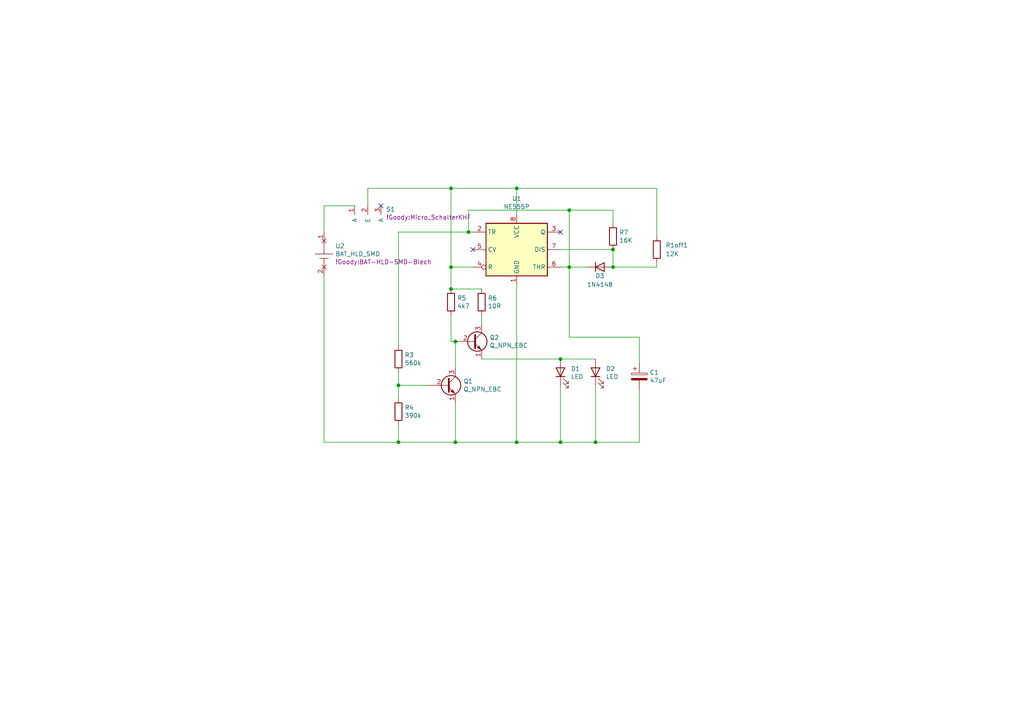
<source format=kicad_sch>
(kicad_sch
	(version 20250114)
	(generator "eeschema")
	(generator_version "9.0")
	(uuid "f2769682-bb05-480c-958e-3d9264e8e91a")
	(paper "A4")
	(lib_symbols
		(symbol "!Goody:BAT_HLD_SMD"
			(pin_names
				(offset 1.016)
			)
			(exclude_from_sim no)
			(in_bom yes)
			(on_board yes)
			(property "Reference" "U"
				(at -5.08 0 0)
				(effects
					(font
						(size 1.27 1.27)
					)
				)
			)
			(property "Value" "BAT_HLD_SMD"
				(at -10.16 3.81 0)
				(effects
					(font
						(size 1.27 1.27)
					)
				)
			)
			(property "Footprint" "KHF_LIB:BAT-HLD-SMD"
				(at -15.24 6.35 0)
				(effects
					(font
						(size 1.27 1.27)
					)
				)
			)
			(property "Datasheet" ""
				(at -5.08 0 0)
				(effects
					(font
						(size 1.27 1.27)
					)
					(hide yes)
				)
			)
			(property "Description" "2032 SMD"
				(at 0 0 0)
				(effects
					(font
						(size 1.27 1.27)
					)
					(hide yes)
				)
			)
			(symbol "BAT_HLD_SMD_0_1"
				(rectangle
					(start -1.27 0)
					(end -2.54 0)
					(stroke
						(width 0)
						(type solid)
					)
					(fill
						(type none)
					)
				)
				(rectangle
					(start -1.27 0)
					(end 1.27 0)
					(stroke
						(width 0)
						(type solid)
					)
					(fill
						(type none)
					)
				)
				(rectangle
					(start -1.27 -1.27)
					(end 1.27 -1.27)
					(stroke
						(width 0)
						(type solid)
					)
					(fill
						(type none)
					)
				)
				(polyline
					(pts
						(xy 0 0) (xy 0 3.81)
					)
					(stroke
						(width 0)
						(type solid)
					)
					(fill
						(type none)
					)
				)
				(polyline
					(pts
						(xy 0 -3.81) (xy 0 -1.27)
					)
					(stroke
						(width 0)
						(type solid)
					)
					(fill
						(type none)
					)
				)
				(polyline
					(pts
						(xy 1.27 0) (xy 2.54 0)
					)
					(stroke
						(width 0)
						(type solid)
					)
					(fill
						(type none)
					)
				)
			)
			(symbol "BAT_HLD_SMD_1_1"
				(pin power_out non_logic
					(at 0 6.35 270)
					(length 2.54)
					(name "~"
						(effects
							(font
								(size 1.27 1.27)
							)
						)
					)
					(number "1"
						(effects
							(font
								(size 1.27 1.27)
							)
						)
					)
				)
				(pin power_out non_logic
					(at 0 -6.35 90)
					(length 2.54)
					(name "~"
						(effects
							(font
								(size 1.27 1.27)
							)
						)
					)
					(number "2"
						(effects
							(font
								(size 1.27 1.27)
							)
						)
					)
				)
			)
			(embedded_fonts no)
		)
		(symbol "!Goody:ELKO"
			(pin_numbers
				(hide yes)
			)
			(pin_names
				(offset 0.254)
			)
			(exclude_from_sim no)
			(in_bom yes)
			(on_board yes)
			(property "Reference" "C"
				(at 0.635 2.54 0)
				(effects
					(font
						(size 1.27 1.27)
					)
					(justify left)
				)
			)
			(property "Value" "ELKO"
				(at 0.635 -2.54 0)
				(effects
					(font
						(size 1.27 1.27)
					)
					(justify left)
				)
			)
			(property "Footprint" ""
				(at 0.9652 -3.81 0)
				(effects
					(font
						(size 1.27 1.27)
					)
					(hide yes)
				)
			)
			(property "Datasheet" "~"
				(at 0 0 0)
				(effects
					(font
						(size 1.27 1.27)
					)
					(hide yes)
				)
			)
			(property "Description" "ELKO"
				(at 0 0 0)
				(effects
					(font
						(size 1.27 1.27)
					)
					(hide yes)
				)
			)
			(property "ki_keywords" "cap capacitor"
				(at 0 0 0)
				(effects
					(font
						(size 1.27 1.27)
					)
					(hide yes)
				)
			)
			(property "ki_fp_filters" "CP_*"
				(at 0 0 0)
				(effects
					(font
						(size 1.27 1.27)
					)
					(hide yes)
				)
			)
			(symbol "ELKO_0_1"
				(rectangle
					(start -2.286 0.508)
					(end 2.286 1.016)
					(stroke
						(width 0)
						(type solid)
					)
					(fill
						(type none)
					)
				)
				(polyline
					(pts
						(xy -1.778 2.286) (xy -0.762 2.286)
					)
					(stroke
						(width 0)
						(type solid)
					)
					(fill
						(type none)
					)
				)
				(polyline
					(pts
						(xy -1.27 2.794) (xy -1.27 1.778)
					)
					(stroke
						(width 0)
						(type solid)
					)
					(fill
						(type none)
					)
				)
				(rectangle
					(start 2.286 -0.508)
					(end -2.286 -1.016)
					(stroke
						(width 0)
						(type solid)
					)
					(fill
						(type outline)
					)
				)
			)
			(symbol "ELKO_1_1"
				(pin passive line
					(at 0 3.81 270)
					(length 2.794)
					(name "~"
						(effects
							(font
								(size 1.27 1.27)
							)
						)
					)
					(number "1"
						(effects
							(font
								(size 1.27 1.27)
							)
						)
					)
				)
				(pin passive line
					(at 0 -3.81 90)
					(length 2.794)
					(name "~"
						(effects
							(font
								(size 1.27 1.27)
							)
						)
					)
					(number "2"
						(effects
							(font
								(size 1.27 1.27)
							)
						)
					)
				)
			)
			(embedded_fonts no)
		)
		(symbol "!Goody:LED"
			(pin_numbers
				(hide yes)
			)
			(pin_names
				(offset 1.016)
				(hide yes)
			)
			(exclude_from_sim no)
			(in_bom yes)
			(on_board yes)
			(property "Reference" "D"
				(at 0 2.54 0)
				(effects
					(font
						(size 1.27 1.27)
					)
				)
			)
			(property "Value" "LED"
				(at 2.54 -2.54 90)
				(effects
					(font
						(size 1.27 1.27)
					)
				)
			)
			(property "Footprint" "LED_THT:LED_D5.0mm"
				(at 0 5.08 0)
				(effects
					(font
						(size 1.27 1.27)
					)
					(hide yes)
				)
			)
			(property "Datasheet" ""
				(at 0 -2.54 90)
				(effects
					(font
						(size 1.27 1.27)
					)
					(hide yes)
				)
			)
			(property "Description" "LED 5mm"
				(at 0 0 0)
				(effects
					(font
						(size 1.27 1.27)
					)
					(hide yes)
				)
			)
			(property "ki_fp_filters" "LED* LED_SMD:* LED_THT:*"
				(at 0 0 0)
				(effects
					(font
						(size 1.27 1.27)
					)
					(hide yes)
				)
			)
			(symbol "LED_0_1"
				(polyline
					(pts
						(xy 0 -3.81) (xy 0 -1.27)
					)
					(stroke
						(width 0)
						(type solid)
					)
					(fill
						(type none)
					)
				)
				(polyline
					(pts
						(xy 0.762 -4.318) (xy 2.286 -5.842) (xy 2.286 -5.08) (xy 2.286 -5.842) (xy 1.524 -5.842)
					)
					(stroke
						(width 0)
						(type solid)
					)
					(fill
						(type none)
					)
				)
				(polyline
					(pts
						(xy 0.762 -5.588) (xy 2.286 -7.112) (xy 2.286 -6.35) (xy 2.286 -7.112) (xy 1.524 -7.112)
					)
					(stroke
						(width 0)
						(type solid)
					)
					(fill
						(type none)
					)
				)
				(polyline
					(pts
						(xy 1.27 -1.27) (xy -1.27 -1.27) (xy 0 -3.81) (xy 1.27 -1.27)
					)
					(stroke
						(width 0.254)
						(type solid)
					)
					(fill
						(type none)
					)
				)
				(polyline
					(pts
						(xy 1.27 -3.81) (xy -1.27 -3.81)
					)
					(stroke
						(width 0.254)
						(type solid)
					)
					(fill
						(type none)
					)
				)
			)
			(symbol "LED_1_1"
				(pin passive line
					(at 0 1.27 270)
					(length 2.54)
					(name "A"
						(effects
							(font
								(size 1.27 1.27)
							)
						)
					)
					(number "2"
						(effects
							(font
								(size 1.27 1.27)
							)
						)
					)
				)
				(pin passive line
					(at 0 -6.35 90)
					(length 2.54)
					(name "K"
						(effects
							(font
								(size 1.27 1.27)
							)
						)
					)
					(number "1"
						(effects
							(font
								(size 1.27 1.27)
							)
						)
					)
				)
			)
			(embedded_fonts no)
		)
		(symbol "!Goody:Micro_Schalter"
			(pin_names
				(offset 1.016)
			)
			(exclude_from_sim no)
			(in_bom yes)
			(on_board yes)
			(property "Reference" "S"
				(at 0 0 0)
				(effects
					(font
						(size 1.27 1.27)
					)
				)
			)
			(property "Value" "Micro_Schalter"
				(at 0 5.08 0)
				(effects
					(font
						(size 1.27 1.27)
					)
					(hide yes)
				)
			)
			(property "Footprint" "KHF_LIB:Micro_SchalterKHF"
				(at 0 0 0)
				(effects
					(font
						(size 1.27 1.27)
					)
				)
			)
			(property "Datasheet" ""
				(at 0 0 0)
				(effects
					(font
						(size 1.27 1.27)
					)
					(hide yes)
				)
			)
			(property "Description" "Micro_Schalter"
				(at 0 0 0)
				(effects
					(font
						(size 1.27 1.27)
					)
					(hide yes)
				)
			)
			(symbol "Micro_Schalter_1_1"
				(pin passive line
					(at -3.81 -2.54 270)
					(length 2.54)
					(name "A"
						(effects
							(font
								(size 1.27 1.27)
							)
						)
					)
					(number "1"
						(effects
							(font
								(size 1.27 1.27)
							)
						)
					)
				)
				(pin passive line
					(at 0 -2.54 270)
					(length 2.54)
					(name "E"
						(effects
							(font
								(size 1.27 1.27)
							)
						)
					)
					(number "2"
						(effects
							(font
								(size 1.27 1.27)
							)
						)
					)
				)
				(pin passive line
					(at 3.81 -2.54 270)
					(length 2.54)
					(name "A"
						(effects
							(font
								(size 1.27 1.27)
							)
						)
					)
					(number "3"
						(effects
							(font
								(size 1.27 1.27)
							)
						)
					)
				)
			)
			(embedded_fonts no)
		)
		(symbol "!Goody:R"
			(pin_numbers
				(hide yes)
			)
			(pin_names
				(offset 0)
			)
			(exclude_from_sim no)
			(in_bom yes)
			(on_board yes)
			(property "Reference" "R"
				(at 2.032 0 90)
				(effects
					(font
						(size 1.27 1.27)
					)
				)
			)
			(property "Value" "R"
				(at 0 0 90)
				(effects
					(font
						(size 1.27 1.27)
					)
				)
			)
			(property "Footprint" "Resistor_THT:R_Axial_DIN0411_L9.9mm_D3.6mm_P12.70mm_Horizontal"
				(at -1.778 0 90)
				(effects
					(font
						(size 1.27 1.27)
					)
					(hide yes)
				)
			)
			(property "Datasheet" "~"
				(at 0 0 0)
				(effects
					(font
						(size 1.27 1.27)
					)
					(hide yes)
				)
			)
			(property "Description" "Resistor"
				(at 0 0 0)
				(effects
					(font
						(size 1.27 1.27)
					)
					(hide yes)
				)
			)
			(property "ki_keywords" "R res resistor"
				(at 0 0 0)
				(effects
					(font
						(size 1.27 1.27)
					)
					(hide yes)
				)
			)
			(property "ki_fp_filters" "R_*"
				(at 0 0 0)
				(effects
					(font
						(size 1.27 1.27)
					)
					(hide yes)
				)
			)
			(symbol "R_0_1"
				(rectangle
					(start -1.016 -2.54)
					(end 1.016 2.54)
					(stroke
						(width 0.254)
						(type solid)
					)
					(fill
						(type none)
					)
				)
			)
			(symbol "R_1_1"
				(pin passive line
					(at 0 3.81 270)
					(length 1.27)
					(name "~"
						(effects
							(font
								(size 1.27 1.27)
							)
						)
					)
					(number "1"
						(effects
							(font
								(size 1.27 1.27)
							)
						)
					)
				)
				(pin passive line
					(at 0 -3.81 90)
					(length 1.27)
					(name "~"
						(effects
							(font
								(size 1.27 1.27)
							)
						)
					)
					(number "2"
						(effects
							(font
								(size 1.27 1.27)
							)
						)
					)
				)
			)
			(embedded_fonts no)
		)
		(symbol "Device:Q_NPN_EBC"
			(pin_names
				(offset 0)
				(hide yes)
			)
			(exclude_from_sim no)
			(in_bom yes)
			(on_board yes)
			(property "Reference" "Q"
				(at 5.08 1.27 0)
				(effects
					(font
						(size 1.27 1.27)
					)
					(justify left)
				)
			)
			(property "Value" "Q_NPN_EBC"
				(at 5.08 -1.27 0)
				(effects
					(font
						(size 1.27 1.27)
					)
					(justify left)
				)
			)
			(property "Footprint" ""
				(at 5.08 2.54 0)
				(effects
					(font
						(size 1.27 1.27)
					)
					(hide yes)
				)
			)
			(property "Datasheet" "~"
				(at 0 0 0)
				(effects
					(font
						(size 1.27 1.27)
					)
					(hide yes)
				)
			)
			(property "Description" "NPN transistor, emitter/base/collector"
				(at 0 0 0)
				(effects
					(font
						(size 1.27 1.27)
					)
					(hide yes)
				)
			)
			(property "ki_keywords" "transistor NPN"
				(at 0 0 0)
				(effects
					(font
						(size 1.27 1.27)
					)
					(hide yes)
				)
			)
			(symbol "Q_NPN_EBC_0_1"
				(polyline
					(pts
						(xy 0.635 1.905) (xy 0.635 -1.905) (xy 0.635 -1.905)
					)
					(stroke
						(width 0.508)
						(type default)
					)
					(fill
						(type none)
					)
				)
				(polyline
					(pts
						(xy 0.635 0.635) (xy 2.54 2.54)
					)
					(stroke
						(width 0)
						(type default)
					)
					(fill
						(type none)
					)
				)
				(polyline
					(pts
						(xy 0.635 -0.635) (xy 2.54 -2.54) (xy 2.54 -2.54)
					)
					(stroke
						(width 0)
						(type default)
					)
					(fill
						(type none)
					)
				)
				(circle
					(center 1.27 0)
					(radius 2.8194)
					(stroke
						(width 0.254)
						(type default)
					)
					(fill
						(type none)
					)
				)
				(polyline
					(pts
						(xy 1.27 -1.778) (xy 1.778 -1.27) (xy 2.286 -2.286) (xy 1.27 -1.778) (xy 1.27 -1.778)
					)
					(stroke
						(width 0)
						(type default)
					)
					(fill
						(type outline)
					)
				)
			)
			(symbol "Q_NPN_EBC_1_1"
				(pin passive line
					(at -5.08 0 0)
					(length 5.715)
					(name "B"
						(effects
							(font
								(size 1.27 1.27)
							)
						)
					)
					(number "2"
						(effects
							(font
								(size 1.27 1.27)
							)
						)
					)
				)
				(pin passive line
					(at 2.54 5.08 270)
					(length 2.54)
					(name "C"
						(effects
							(font
								(size 1.27 1.27)
							)
						)
					)
					(number "3"
						(effects
							(font
								(size 1.27 1.27)
							)
						)
					)
				)
				(pin passive line
					(at 2.54 -5.08 90)
					(length 2.54)
					(name "E"
						(effects
							(font
								(size 1.27 1.27)
							)
						)
					)
					(number "1"
						(effects
							(font
								(size 1.27 1.27)
							)
						)
					)
				)
			)
			(embedded_fonts no)
		)
		(symbol "Diode:1N4148"
			(pin_numbers
				(hide yes)
			)
			(pin_names
				(hide yes)
			)
			(exclude_from_sim no)
			(in_bom yes)
			(on_board yes)
			(property "Reference" "D"
				(at 0 2.54 0)
				(effects
					(font
						(size 1.27 1.27)
					)
				)
			)
			(property "Value" "1N4148"
				(at 0 -2.54 0)
				(effects
					(font
						(size 1.27 1.27)
					)
				)
			)
			(property "Footprint" "Diode_THT:D_DO-35_SOD27_P7.62mm_Horizontal"
				(at 0 0 0)
				(effects
					(font
						(size 1.27 1.27)
					)
					(hide yes)
				)
			)
			(property "Datasheet" "https://assets.nexperia.com/documents/data-sheet/1N4148_1N4448.pdf"
				(at 0 0 0)
				(effects
					(font
						(size 1.27 1.27)
					)
					(hide yes)
				)
			)
			(property "Description" "100V 0.15A standard switching diode, DO-35"
				(at 0 0 0)
				(effects
					(font
						(size 1.27 1.27)
					)
					(hide yes)
				)
			)
			(property "Sim.Device" "D"
				(at 0 0 0)
				(effects
					(font
						(size 1.27 1.27)
					)
					(hide yes)
				)
			)
			(property "Sim.Pins" "1=K 2=A"
				(at 0 0 0)
				(effects
					(font
						(size 1.27 1.27)
					)
					(hide yes)
				)
			)
			(property "ki_keywords" "diode"
				(at 0 0 0)
				(effects
					(font
						(size 1.27 1.27)
					)
					(hide yes)
				)
			)
			(property "ki_fp_filters" "D*DO?35*"
				(at 0 0 0)
				(effects
					(font
						(size 1.27 1.27)
					)
					(hide yes)
				)
			)
			(symbol "1N4148_0_1"
				(polyline
					(pts
						(xy -1.27 1.27) (xy -1.27 -1.27)
					)
					(stroke
						(width 0.254)
						(type default)
					)
					(fill
						(type none)
					)
				)
				(polyline
					(pts
						(xy 1.27 1.27) (xy 1.27 -1.27) (xy -1.27 0) (xy 1.27 1.27)
					)
					(stroke
						(width 0.254)
						(type default)
					)
					(fill
						(type none)
					)
				)
				(polyline
					(pts
						(xy 1.27 0) (xy -1.27 0)
					)
					(stroke
						(width 0)
						(type default)
					)
					(fill
						(type none)
					)
				)
			)
			(symbol "1N4148_1_1"
				(pin passive line
					(at -3.81 0 0)
					(length 2.54)
					(name "K"
						(effects
							(font
								(size 1.27 1.27)
							)
						)
					)
					(number "1"
						(effects
							(font
								(size 1.27 1.27)
							)
						)
					)
				)
				(pin passive line
					(at 3.81 0 180)
					(length 2.54)
					(name "A"
						(effects
							(font
								(size 1.27 1.27)
							)
						)
					)
					(number "2"
						(effects
							(font
								(size 1.27 1.27)
							)
						)
					)
				)
			)
			(embedded_fonts no)
		)
		(symbol "Timer:NE555P"
			(exclude_from_sim no)
			(in_bom yes)
			(on_board yes)
			(property "Reference" "U"
				(at -10.16 8.89 0)
				(effects
					(font
						(size 1.27 1.27)
					)
					(justify left)
				)
			)
			(property "Value" "NE555P"
				(at 2.54 8.89 0)
				(effects
					(font
						(size 1.27 1.27)
					)
					(justify left)
				)
			)
			(property "Footprint" "Package_DIP:DIP-8_W7.62mm"
				(at 16.51 -10.16 0)
				(effects
					(font
						(size 1.27 1.27)
					)
					(hide yes)
				)
			)
			(property "Datasheet" "http://www.ti.com/lit/ds/symlink/ne555.pdf"
				(at 21.59 -10.16 0)
				(effects
					(font
						(size 1.27 1.27)
					)
					(hide yes)
				)
			)
			(property "Description" "Precision Timers, 555 compatible,  PDIP-8"
				(at 0 0 0)
				(effects
					(font
						(size 1.27 1.27)
					)
					(hide yes)
				)
			)
			(property "ki_keywords" "single timer 555"
				(at 0 0 0)
				(effects
					(font
						(size 1.27 1.27)
					)
					(hide yes)
				)
			)
			(property "ki_fp_filters" "DIP*W7.62mm*"
				(at 0 0 0)
				(effects
					(font
						(size 1.27 1.27)
					)
					(hide yes)
				)
			)
			(symbol "NE555P_0_0"
				(pin power_in line
					(at 0 10.16 270)
					(length 2.54)
					(name "VCC"
						(effects
							(font
								(size 1.27 1.27)
							)
						)
					)
					(number "8"
						(effects
							(font
								(size 1.27 1.27)
							)
						)
					)
				)
				(pin power_in line
					(at 0 -10.16 90)
					(length 2.54)
					(name "GND"
						(effects
							(font
								(size 1.27 1.27)
							)
						)
					)
					(number "1"
						(effects
							(font
								(size 1.27 1.27)
							)
						)
					)
				)
			)
			(symbol "NE555P_0_1"
				(rectangle
					(start -8.89 -7.62)
					(end 8.89 7.62)
					(stroke
						(width 0.254)
						(type default)
					)
					(fill
						(type background)
					)
				)
				(rectangle
					(start -8.89 -7.62)
					(end 8.89 7.62)
					(stroke
						(width 0.254)
						(type default)
					)
					(fill
						(type background)
					)
				)
			)
			(symbol "NE555P_1_1"
				(pin input line
					(at -12.7 5.08 0)
					(length 3.81)
					(name "TR"
						(effects
							(font
								(size 1.27 1.27)
							)
						)
					)
					(number "2"
						(effects
							(font
								(size 1.27 1.27)
							)
						)
					)
				)
				(pin input line
					(at -12.7 0 0)
					(length 3.81)
					(name "CV"
						(effects
							(font
								(size 1.27 1.27)
							)
						)
					)
					(number "5"
						(effects
							(font
								(size 1.27 1.27)
							)
						)
					)
				)
				(pin input inverted
					(at -12.7 -5.08 0)
					(length 3.81)
					(name "R"
						(effects
							(font
								(size 1.27 1.27)
							)
						)
					)
					(number "4"
						(effects
							(font
								(size 1.27 1.27)
							)
						)
					)
				)
				(pin output line
					(at 12.7 5.08 180)
					(length 3.81)
					(name "Q"
						(effects
							(font
								(size 1.27 1.27)
							)
						)
					)
					(number "3"
						(effects
							(font
								(size 1.27 1.27)
							)
						)
					)
				)
				(pin input line
					(at 12.7 0 180)
					(length 3.81)
					(name "DIS"
						(effects
							(font
								(size 1.27 1.27)
							)
						)
					)
					(number "7"
						(effects
							(font
								(size 1.27 1.27)
							)
						)
					)
				)
				(pin input line
					(at 12.7 -5.08 180)
					(length 3.81)
					(name "THR"
						(effects
							(font
								(size 1.27 1.27)
							)
						)
					)
					(number "6"
						(effects
							(font
								(size 1.27 1.27)
							)
						)
					)
				)
			)
			(embedded_fonts no)
		)
	)
	(junction
		(at 130.81 54.61)
		(diameter 0)
		(color 0 0 0 0)
		(uuid "01e33252-8986-4f35-a52e-d23b30cf31dc")
	)
	(junction
		(at 115.57 111.76)
		(diameter 0)
		(color 0 0 0 0)
		(uuid "160a4dd6-3cd0-4de4-afa3-6c040b22b026")
	)
	(junction
		(at 177.8 72.39)
		(diameter 0)
		(color 0 0 0 0)
		(uuid "26f46a0f-becc-4a68-bd71-47614f56566d")
	)
	(junction
		(at 149.86 54.61)
		(diameter 0)
		(color 0 0 0 0)
		(uuid "7e522560-334b-4160-ba5b-31041a8fce06")
	)
	(junction
		(at 135.89 67.31)
		(diameter 0)
		(color 0 0 0 0)
		(uuid "88274113-2c6e-493f-b5af-c521ea3fa026")
	)
	(junction
		(at 149.86 128.27)
		(diameter 0)
		(color 0 0 0 0)
		(uuid "8a341c9c-9a67-4dd5-9484-cceddac645ad")
	)
	(junction
		(at 132.08 128.27)
		(diameter 0)
		(color 0 0 0 0)
		(uuid "8bf8611f-fcc9-47db-973a-fbf115944e14")
	)
	(junction
		(at 162.56 104.14)
		(diameter 0)
		(color 0 0 0 0)
		(uuid "9930432b-3bbc-4832-8f84-fd028523c1a5")
	)
	(junction
		(at 165.1 77.47)
		(diameter 0)
		(color 0 0 0 0)
		(uuid "9c14f865-e664-418a-8ada-7bec18298e41")
	)
	(junction
		(at 177.8 77.47)
		(diameter 0)
		(color 0 0 0 0)
		(uuid "b18c3d8b-5289-4184-a60f-ec9dc38e8b5a")
	)
	(junction
		(at 130.81 83.82)
		(diameter 0)
		(color 0 0 0 0)
		(uuid "b7eb2a1a-2029-4c3e-b294-3fcce2b28c55")
	)
	(junction
		(at 162.56 128.27)
		(diameter 0)
		(color 0 0 0 0)
		(uuid "baa57f7e-cb22-413d-9502-843612632c80")
	)
	(junction
		(at 172.72 128.27)
		(diameter 0)
		(color 0 0 0 0)
		(uuid "bc073c0c-1aad-4a8b-80ef-88e073912485")
	)
	(junction
		(at 115.57 128.27)
		(diameter 0)
		(color 0 0 0 0)
		(uuid "beabcecf-7652-4c06-9f47-75f536d224a7")
	)
	(junction
		(at 132.08 99.06)
		(diameter 0)
		(color 0 0 0 0)
		(uuid "c09dc221-6389-4599-8262-9e4c950fc6f6")
	)
	(junction
		(at 130.81 77.47)
		(diameter 0)
		(color 0 0 0 0)
		(uuid "c1fe0fab-d8bb-4a00-8867-aa8edcd35b4c")
	)
	(junction
		(at 165.1 60.96)
		(diameter 0)
		(color 0 0 0 0)
		(uuid "f53ace5a-f81f-49c4-abca-166e1a260daa")
	)
	(no_connect
		(at 137.16 72.39)
		(uuid "829366f6-b45a-4589-a3ad-290449625ca4")
	)
	(no_connect
		(at 110.49 59.69)
		(uuid "d63d32ec-925d-42c5-96b6-dfc293f2255c")
	)
	(no_connect
		(at 162.56 67.31)
		(uuid "ff155b2d-e3bb-498b-8c69-7fb1758bc907")
	)
	(wire
		(pts
			(xy 177.8 64.77) (xy 177.8 60.96)
		)
		(stroke
			(width 0)
			(type default)
		)
		(uuid "01e99314-ab0b-4bb9-86d0-c6bbc19db94a")
	)
	(wire
		(pts
			(xy 185.42 128.27) (xy 172.72 128.27)
		)
		(stroke
			(width 0)
			(type default)
		)
		(uuid "04e4214d-430c-40dd-8e78-f1256eaa93f3")
	)
	(wire
		(pts
			(xy 177.8 77.47) (xy 190.5 77.47)
		)
		(stroke
			(width 0)
			(type default)
		)
		(uuid "08ae0e4d-9dea-4f77-96b0-1e1c05130e55")
	)
	(wire
		(pts
			(xy 130.81 83.82) (xy 130.81 77.47)
		)
		(stroke
			(width 0)
			(type default)
		)
		(uuid "0bbf6b41-520e-4314-8627-971df41bea9f")
	)
	(wire
		(pts
			(xy 165.1 97.79) (xy 185.42 97.79)
		)
		(stroke
			(width 0)
			(type default)
		)
		(uuid "200b7d78-fbfe-4270-b05d-6ce2041bfddb")
	)
	(wire
		(pts
			(xy 185.42 113.03) (xy 185.42 128.27)
		)
		(stroke
			(width 0)
			(type default)
		)
		(uuid "25b5a554-e5df-430f-9ab9-e5ee9bb12f9a")
	)
	(wire
		(pts
			(xy 102.87 59.69) (xy 93.98 59.69)
		)
		(stroke
			(width 0)
			(type default)
		)
		(uuid "273de939-ded5-4523-9b66-8b8d191136d4")
	)
	(wire
		(pts
			(xy 162.56 128.27) (xy 172.72 128.27)
		)
		(stroke
			(width 0)
			(type default)
		)
		(uuid "296d9cd7-2022-4f29-b0f7-c3907b704baa")
	)
	(wire
		(pts
			(xy 132.08 128.27) (xy 149.86 128.27)
		)
		(stroke
			(width 0)
			(type default)
		)
		(uuid "2d75953c-f2d4-4158-ab29-ffeb18988671")
	)
	(wire
		(pts
			(xy 130.81 77.47) (xy 130.81 54.61)
		)
		(stroke
			(width 0)
			(type default)
		)
		(uuid "395dbeba-6555-435e-8843-79365ede3b4c")
	)
	(wire
		(pts
			(xy 172.72 128.27) (xy 172.72 111.76)
		)
		(stroke
			(width 0)
			(type default)
		)
		(uuid "3a31ea42-9275-46ae-a60c-5a61bfd1f735")
	)
	(wire
		(pts
			(xy 115.57 67.31) (xy 115.57 100.33)
		)
		(stroke
			(width 0)
			(type default)
		)
		(uuid "3f4948ca-b42a-40ee-b332-c2961bf3d5ba")
	)
	(wire
		(pts
			(xy 130.81 91.44) (xy 130.81 99.06)
		)
		(stroke
			(width 0)
			(type default)
		)
		(uuid "404168c0-0262-4e82-aa55-3a2994cb8c33")
	)
	(wire
		(pts
			(xy 106.68 59.69) (xy 106.68 54.61)
		)
		(stroke
			(width 0)
			(type default)
		)
		(uuid "4689fbba-020f-4a5b-b42a-db69fd8dd4ea")
	)
	(wire
		(pts
			(xy 165.1 77.47) (xy 165.1 60.96)
		)
		(stroke
			(width 0)
			(type default)
		)
		(uuid "4af7361c-d1b9-4ebc-ba7c-53a90ad406c5")
	)
	(wire
		(pts
			(xy 149.86 128.27) (xy 162.56 128.27)
		)
		(stroke
			(width 0)
			(type default)
		)
		(uuid "507fcf01-6315-4bb1-98da-a6c002e4ab7d")
	)
	(wire
		(pts
			(xy 137.16 77.47) (xy 130.81 77.47)
		)
		(stroke
			(width 0)
			(type default)
		)
		(uuid "548210fb-f693-43a2-a50c-9075edec1955")
	)
	(wire
		(pts
			(xy 165.1 77.47) (xy 165.1 97.79)
		)
		(stroke
			(width 0)
			(type default)
		)
		(uuid "5cfbaa88-bbd5-4ba6-af9f-6ec9e409f283")
	)
	(wire
		(pts
			(xy 165.1 77.47) (xy 162.56 77.47)
		)
		(stroke
			(width 0)
			(type default)
		)
		(uuid "60549ff9-f012-43f6-ae4d-084c9d632fd5")
	)
	(wire
		(pts
			(xy 162.56 111.76) (xy 162.56 128.27)
		)
		(stroke
			(width 0)
			(type default)
		)
		(uuid "67ce67eb-761e-46a1-82e7-fe85b1d41bf2")
	)
	(wire
		(pts
			(xy 124.46 111.76) (xy 115.57 111.76)
		)
		(stroke
			(width 0)
			(type default)
		)
		(uuid "71ed9d4c-015e-4f7f-af85-264851adb73e")
	)
	(wire
		(pts
			(xy 139.7 83.82) (xy 130.81 83.82)
		)
		(stroke
			(width 0)
			(type default)
		)
		(uuid "7232d044-b274-4acb-b818-d00296fc4e02")
	)
	(wire
		(pts
			(xy 139.7 93.98) (xy 139.7 91.44)
		)
		(stroke
			(width 0)
			(type default)
		)
		(uuid "772055d4-74e1-4559-b521-de577e0c48dc")
	)
	(wire
		(pts
			(xy 149.86 54.61) (xy 190.5 54.61)
		)
		(stroke
			(width 0)
			(type default)
		)
		(uuid "7880839e-cd9d-4625-b5e9-549b14964429")
	)
	(wire
		(pts
			(xy 185.42 97.79) (xy 185.42 105.41)
		)
		(stroke
			(width 0)
			(type default)
		)
		(uuid "7908963a-69a4-43ed-91bb-aeb3677e3a36")
	)
	(wire
		(pts
			(xy 190.5 77.47) (xy 190.5 76.2)
		)
		(stroke
			(width 0)
			(type default)
		)
		(uuid "86480073-f250-43e8-a522-71e98eac708c")
	)
	(wire
		(pts
			(xy 162.56 72.39) (xy 177.8 72.39)
		)
		(stroke
			(width 0)
			(type default)
		)
		(uuid "8728af5b-1f8b-43e6-8854-5bf8c78feb48")
	)
	(wire
		(pts
			(xy 115.57 111.76) (xy 115.57 107.95)
		)
		(stroke
			(width 0)
			(type default)
		)
		(uuid "89e336b5-346c-42a2-9647-d8f389e6ece7")
	)
	(wire
		(pts
			(xy 115.57 115.57) (xy 115.57 111.76)
		)
		(stroke
			(width 0)
			(type default)
		)
		(uuid "92d8c750-cd60-40b7-adb7-5382d98a6c20")
	)
	(wire
		(pts
			(xy 149.86 54.61) (xy 149.86 62.23)
		)
		(stroke
			(width 0)
			(type default)
		)
		(uuid "955ef0d5-3c24-4b1d-a2ee-e2d0044830f6")
	)
	(wire
		(pts
			(xy 149.86 82.55) (xy 149.86 128.27)
		)
		(stroke
			(width 0)
			(type default)
		)
		(uuid "9cf3334b-0715-4186-8832-ebe170e9e9a3")
	)
	(wire
		(pts
			(xy 170.18 77.47) (xy 165.1 77.47)
		)
		(stroke
			(width 0)
			(type default)
		)
		(uuid "a125add3-b191-459c-9767-3c607b9da10a")
	)
	(wire
		(pts
			(xy 165.1 60.96) (xy 135.89 60.96)
		)
		(stroke
			(width 0)
			(type default)
		)
		(uuid "a484a64b-fcfc-4c03-8bb4-1b3a5acac9da")
	)
	(wire
		(pts
			(xy 135.89 60.96) (xy 135.89 67.31)
		)
		(stroke
			(width 0)
			(type default)
		)
		(uuid "a6abacbb-cb3c-4e45-999b-466a916d89e9")
	)
	(wire
		(pts
			(xy 115.57 123.19) (xy 115.57 128.27)
		)
		(stroke
			(width 0)
			(type default)
		)
		(uuid "a81ee246-1277-4db1-b421-31080de7895d")
	)
	(wire
		(pts
			(xy 132.08 99.06) (xy 132.08 106.68)
		)
		(stroke
			(width 0)
			(type default)
		)
		(uuid "aba8911e-9981-486d-8e18-80b48edc60d3")
	)
	(wire
		(pts
			(xy 162.56 104.14) (xy 139.7 104.14)
		)
		(stroke
			(width 0)
			(type default)
		)
		(uuid "b37fc229-e601-4c97-9d7d-b0d778e64c3c")
	)
	(wire
		(pts
			(xy 115.57 67.31) (xy 135.89 67.31)
		)
		(stroke
			(width 0)
			(type default)
		)
		(uuid "b409c3c1-4588-47fb-9a9c-8d9bbc50310e")
	)
	(wire
		(pts
			(xy 106.68 54.61) (xy 130.81 54.61)
		)
		(stroke
			(width 0)
			(type default)
		)
		(uuid "b6926caf-c529-443f-8143-f1c37ecb157e")
	)
	(wire
		(pts
			(xy 115.57 128.27) (xy 132.08 128.27)
		)
		(stroke
			(width 0)
			(type default)
		)
		(uuid "c28d41f3-6d9f-4f86-aa69-c81b10d4e15c")
	)
	(wire
		(pts
			(xy 177.8 72.39) (xy 177.8 77.47)
		)
		(stroke
			(width 0)
			(type default)
		)
		(uuid "c96e2dc7-c65c-447b-9e9f-0f8fe145fdf7")
	)
	(wire
		(pts
			(xy 135.89 67.31) (xy 137.16 67.31)
		)
		(stroke
			(width 0)
			(type default)
		)
		(uuid "caf56827-94e1-4166-81e8-106c7e1a0ca2")
	)
	(wire
		(pts
			(xy 132.08 116.84) (xy 132.08 128.27)
		)
		(stroke
			(width 0)
			(type default)
		)
		(uuid "d6275952-bf4f-4d67-adb0-f39ee219794a")
	)
	(wire
		(pts
			(xy 130.81 99.06) (xy 132.08 99.06)
		)
		(stroke
			(width 0)
			(type default)
		)
		(uuid "db671d39-ecef-4516-ac52-880a94b2868e")
	)
	(wire
		(pts
			(xy 190.5 54.61) (xy 190.5 68.58)
		)
		(stroke
			(width 0)
			(type default)
		)
		(uuid "e685f867-1916-4937-a079-b6961fc5ec64")
	)
	(wire
		(pts
			(xy 93.98 128.27) (xy 115.57 128.27)
		)
		(stroke
			(width 0)
			(type default)
		)
		(uuid "eeaa2196-6d70-4261-8067-f15cc7157ec0")
	)
	(wire
		(pts
			(xy 162.56 104.14) (xy 172.72 104.14)
		)
		(stroke
			(width 0)
			(type default)
		)
		(uuid "f05de7ce-a7e7-49fa-b7c7-bf0375e5af21")
	)
	(wire
		(pts
			(xy 177.8 60.96) (xy 165.1 60.96)
		)
		(stroke
			(width 0)
			(type default)
		)
		(uuid "f6c91ba5-114f-4024-a5df-46598cd4c5aa")
	)
	(wire
		(pts
			(xy 130.81 54.61) (xy 149.86 54.61)
		)
		(stroke
			(width 0)
			(type default)
		)
		(uuid "facd3f36-d396-4a97-b50b-ee7fb07f132c")
	)
	(wire
		(pts
			(xy 93.98 80.01) (xy 93.98 128.27)
		)
		(stroke
			(width 0)
			(type default)
		)
		(uuid "fe2a9052-4032-46bd-8211-d675a21a43ab")
	)
	(wire
		(pts
			(xy 93.98 59.69) (xy 93.98 67.31)
		)
		(stroke
			(width 0)
			(type default)
		)
		(uuid "fe2f9758-f587-4bab-ac2f-b7c306f4c104")
	)
	(symbol
		(lib_id "Timer:NE555P")
		(at 149.86 72.39 0)
		(unit 1)
		(exclude_from_sim no)
		(in_bom yes)
		(on_board yes)
		(dnp no)
		(uuid "00000000-0000-0000-0000-000064f9f70a")
		(property "Reference" "U1"
			(at 149.86 57.6326 0)
			(effects
				(font
					(size 1.27 1.27)
				)
			)
		)
		(property "Value" "NE555P"
			(at 149.86 59.944 0)
			(effects
				(font
					(size 1.27 1.27)
				)
			)
		)
		(property "Footprint" "Package_DIP:DIP-8_W7.62mm"
			(at 166.37 82.55 0)
			(effects
				(font
					(size 1.27 1.27)
				)
				(hide yes)
			)
		)
		(property "Datasheet" "http://www.ti.com/lit/ds/symlink/ne555.pdf"
			(at 171.45 82.55 0)
			(effects
				(font
					(size 1.27 1.27)
				)
				(hide yes)
			)
		)
		(property "Description" ""
			(at 149.86 72.39 0)
			(effects
				(font
					(size 1.27 1.27)
				)
			)
		)
		(pin "1"
			(uuid "74da7e86-810c-4641-9c88-6b7d5313d3b5")
		)
		(pin "8"
			(uuid "82781818-99dc-4d08-85d7-46dded14e09e")
		)
		(pin "2"
			(uuid "e62b6303-9aaf-44ae-bc70-322bdb6f96e7")
		)
		(pin "3"
			(uuid "cfc6f40a-2cec-48b5-8729-2e11e2055231")
		)
		(pin "4"
			(uuid "c98748ed-9613-4c27-8435-867b0ff98bbf")
		)
		(pin "5"
			(uuid "57bd1888-210c-4a43-84a5-a5601f71e698")
		)
		(pin "6"
			(uuid "540247ba-b4f2-492e-a559-48d695fc28f0")
		)
		(pin "7"
			(uuid "2bdc23b6-88b7-41ca-a97d-0666bc8e85f3")
		)
		(instances
			(project "Jumpo"
				(path "/f2769682-bb05-480c-958e-3d9264e8e91a"
					(reference "U1")
					(unit 1)
				)
			)
		)
	)
	(symbol
		(lib_id "Diode:1N4148")
		(at 173.99 77.47 0)
		(unit 1)
		(exclude_from_sim no)
		(in_bom yes)
		(on_board yes)
		(dnp no)
		(uuid "00000000-0000-0000-0000-000064f9ff5a")
		(property "Reference" "D3"
			(at 173.99 80.01 0)
			(effects
				(font
					(size 1.27 1.27)
				)
			)
		)
		(property "Value" "1N4148"
			(at 173.99 82.55 0)
			(effects
				(font
					(size 1.27 1.27)
				)
			)
		)
		(property "Footprint" "!Goody:1N4147_P7.62mm_Horizontal"
			(at 173.99 81.915 0)
			(effects
				(font
					(size 1.27 1.27)
				)
				(hide yes)
			)
		)
		(property "Datasheet" "https://assets.nexperia.com/documents/data-sheet/1N4148_1N4448.pdf"
			(at 173.99 77.47 0)
			(effects
				(font
					(size 1.27 1.27)
				)
				(hide yes)
			)
		)
		(property "Description" ""
			(at 173.99 77.47 0)
			(effects
				(font
					(size 1.27 1.27)
				)
			)
		)
		(pin "1"
			(uuid "37370d77-697d-4bff-856b-4c6fd6f27aad")
		)
		(pin "2"
			(uuid "5d51d78e-13d8-47d3-bce1-f9e20a41291d")
		)
		(instances
			(project "Jumpo"
				(path "/f2769682-bb05-480c-958e-3d9264e8e91a"
					(reference "D3")
					(unit 1)
				)
			)
		)
	)
	(symbol
		(lib_id "!Goody:ELKO")
		(at 185.42 109.22 0)
		(unit 1)
		(exclude_from_sim no)
		(in_bom yes)
		(on_board yes)
		(dnp no)
		(uuid "00000000-0000-0000-0000-000064fa140e")
		(property "Reference" "C1"
			(at 188.4172 108.0516 0)
			(effects
				(font
					(size 1.27 1.27)
				)
				(justify left)
			)
		)
		(property "Value" "47uF"
			(at 188.4172 110.363 0)
			(effects
				(font
					(size 1.27 1.27)
				)
				(justify left)
			)
		)
		(property "Footprint" "!Goody:C_Radial_D6.3mm_P2.50mm"
			(at 186.3852 113.03 0)
			(effects
				(font
					(size 1.27 1.27)
				)
				(hide yes)
			)
		)
		(property "Datasheet" "~"
			(at 185.42 109.22 0)
			(effects
				(font
					(size 1.27 1.27)
				)
				(hide yes)
			)
		)
		(property "Description" ""
			(at 185.42 109.22 0)
			(effects
				(font
					(size 1.27 1.27)
				)
			)
		)
		(pin "1"
			(uuid "cc7a2b9e-36bf-494c-b880-a2ffc6e74bbc")
		)
		(pin "2"
			(uuid "45431d58-9c01-4cc0-86e1-4d5348bf4fa6")
		)
		(instances
			(project "Jumpo"
				(path "/f2769682-bb05-480c-958e-3d9264e8e91a"
					(reference "C1")
					(unit 1)
				)
			)
		)
	)
	(symbol
		(lib_id "!Goody:R")
		(at 115.57 104.14 0)
		(unit 1)
		(exclude_from_sim no)
		(in_bom yes)
		(on_board yes)
		(dnp no)
		(uuid "00000000-0000-0000-0000-000064fa24a9")
		(property "Reference" "R3"
			(at 117.348 102.9716 0)
			(effects
				(font
					(size 1.27 1.27)
				)
				(justify left)
			)
		)
		(property "Value" "560k"
			(at 117.348 105.283 0)
			(effects
				(font
					(size 1.27 1.27)
				)
				(justify left)
			)
		)
		(property "Footprint" "Resistor_THT:R_Axial_DIN0207_L6.3mm_D2.5mm_P10.16mm_Horizontal"
			(at 113.792 104.14 90)
			(effects
				(font
					(size 1.27 1.27)
				)
				(hide yes)
			)
		)
		(property "Datasheet" "~"
			(at 115.57 104.14 0)
			(effects
				(font
					(size 1.27 1.27)
				)
				(hide yes)
			)
		)
		(property "Description" ""
			(at 115.57 104.14 0)
			(effects
				(font
					(size 1.27 1.27)
				)
			)
		)
		(pin "1"
			(uuid "37da9d2a-80cf-433d-8cb0-19a026ff6e1c")
		)
		(pin "2"
			(uuid "b8ab7582-e1b8-474b-8862-15918d7429a9")
		)
		(instances
			(project "Jumpo"
				(path "/f2769682-bb05-480c-958e-3d9264e8e91a"
					(reference "R3")
					(unit 1)
				)
			)
		)
	)
	(symbol
		(lib_id "!Goody:R")
		(at 115.57 119.38 0)
		(unit 1)
		(exclude_from_sim no)
		(in_bom yes)
		(on_board yes)
		(dnp no)
		(uuid "00000000-0000-0000-0000-000064fa3399")
		(property "Reference" "R4"
			(at 117.348 118.2116 0)
			(effects
				(font
					(size 1.27 1.27)
				)
				(justify left)
			)
		)
		(property "Value" "390k"
			(at 117.348 120.523 0)
			(effects
				(font
					(size 1.27 1.27)
				)
				(justify left)
			)
		)
		(property "Footprint" "Resistor_THT:R_Axial_DIN0207_L6.3mm_D2.5mm_P10.16mm_Horizontal"
			(at 113.792 119.38 90)
			(effects
				(font
					(size 1.27 1.27)
				)
				(hide yes)
			)
		)
		(property "Datasheet" "~"
			(at 115.57 119.38 0)
			(effects
				(font
					(size 1.27 1.27)
				)
				(hide yes)
			)
		)
		(property "Description" ""
			(at 115.57 119.38 0)
			(effects
				(font
					(size 1.27 1.27)
				)
			)
		)
		(pin "1"
			(uuid "1e55646e-c817-4cc3-ba2e-1d9c73a2fbd9")
		)
		(pin "2"
			(uuid "f66c6906-8a08-4a63-a484-fd25b36fcd8d")
		)
		(instances
			(project "Jumpo"
				(path "/f2769682-bb05-480c-958e-3d9264e8e91a"
					(reference "R4")
					(unit 1)
				)
			)
		)
	)
	(symbol
		(lib_id "Device:Q_NPN_EBC")
		(at 129.54 111.76 0)
		(unit 1)
		(exclude_from_sim no)
		(in_bom yes)
		(on_board yes)
		(dnp no)
		(uuid "00000000-0000-0000-0000-000064fa371b")
		(property "Reference" "Q1"
			(at 134.3914 110.5916 0)
			(effects
				(font
					(size 1.27 1.27)
				)
				(justify left)
			)
		)
		(property "Value" "Q_NPN_EBC"
			(at 134.3914 112.903 0)
			(effects
				(font
					(size 1.27 1.27)
				)
				(justify left)
			)
		)
		(property "Footprint" "!Goody:TO-92L_Wide"
			(at 134.62 109.22 0)
			(effects
				(font
					(size 1.27 1.27)
				)
				(hide yes)
			)
		)
		(property "Datasheet" "~"
			(at 129.54 111.76 0)
			(effects
				(font
					(size 1.27 1.27)
				)
				(hide yes)
			)
		)
		(property "Description" ""
			(at 129.54 111.76 0)
			(effects
				(font
					(size 1.27 1.27)
				)
			)
		)
		(pin "1"
			(uuid "7fa41cff-a3c9-4ad9-8563-eb01d0b7978a")
		)
		(pin "2"
			(uuid "91373526-9628-48a1-bbc2-ffb32b960ef3")
		)
		(pin "3"
			(uuid "b895d414-5d55-4657-9e61-51dca46af7d4")
		)
		(instances
			(project "Jumpo"
				(path "/f2769682-bb05-480c-958e-3d9264e8e91a"
					(reference "Q1")
					(unit 1)
				)
			)
		)
	)
	(symbol
		(lib_id "Device:Q_NPN_EBC")
		(at 137.16 99.06 0)
		(unit 1)
		(exclude_from_sim no)
		(in_bom yes)
		(on_board yes)
		(dnp no)
		(uuid "00000000-0000-0000-0000-000064fa3d42")
		(property "Reference" "Q2"
			(at 142.0114 97.8916 0)
			(effects
				(font
					(size 1.27 1.27)
				)
				(justify left)
			)
		)
		(property "Value" "Q_NPN_EBC"
			(at 142.0114 100.203 0)
			(effects
				(font
					(size 1.27 1.27)
				)
				(justify left)
			)
		)
		(property "Footprint" "!Goody:TO-92L_Wide"
			(at 142.24 96.52 0)
			(effects
				(font
					(size 1.27 1.27)
				)
				(hide yes)
			)
		)
		(property "Datasheet" "~"
			(at 137.16 99.06 0)
			(effects
				(font
					(size 1.27 1.27)
				)
				(hide yes)
			)
		)
		(property "Description" ""
			(at 137.16 99.06 0)
			(effects
				(font
					(size 1.27 1.27)
				)
			)
		)
		(pin "1"
			(uuid "0248ea93-9795-4051-ae34-71fa941321d5")
		)
		(pin "2"
			(uuid "99d8505e-12a1-4575-9cff-7c06b2d8e8c7")
		)
		(pin "3"
			(uuid "49d796b7-5ce5-4456-bcc8-e1d21dd373cf")
		)
		(instances
			(project "Jumpo"
				(path "/f2769682-bb05-480c-958e-3d9264e8e91a"
					(reference "Q2")
					(unit 1)
				)
			)
		)
	)
	(symbol
		(lib_id "!Goody:LED")
		(at 162.56 105.41 0)
		(unit 1)
		(exclude_from_sim no)
		(in_bom yes)
		(on_board yes)
		(dnp no)
		(uuid "00000000-0000-0000-0000-000064fa754a")
		(property "Reference" "D1"
			(at 165.5572 106.9594 0)
			(effects
				(font
					(size 1.27 1.27)
				)
				(justify left)
			)
		)
		(property "Value" "LED"
			(at 165.5572 109.2708 0)
			(effects
				(font
					(size 1.27 1.27)
				)
				(justify left)
			)
		)
		(property "Footprint" "!Goody:LED_D3.0mm"
			(at 162.56 100.33 0)
			(effects
				(font
					(size 1.27 1.27)
				)
				(hide yes)
			)
		)
		(property "Datasheet" ""
			(at 162.56 107.95 90)
			(effects
				(font
					(size 1.27 1.27)
				)
				(hide yes)
			)
		)
		(property "Description" ""
			(at 162.56 105.41 0)
			(effects
				(font
					(size 1.27 1.27)
				)
			)
		)
		(pin "1"
			(uuid "f42ac44b-9d81-4601-8d06-84e94a9c39c2")
		)
		(pin "2"
			(uuid "f886767c-42c2-4d8b-8351-651c4df1c135")
		)
		(instances
			(project "Jumpo"
				(path "/f2769682-bb05-480c-958e-3d9264e8e91a"
					(reference "D1")
					(unit 1)
				)
			)
		)
	)
	(symbol
		(lib_id "!Goody:LED")
		(at 172.72 105.41 0)
		(unit 1)
		(exclude_from_sim no)
		(in_bom yes)
		(on_board yes)
		(dnp no)
		(uuid "00000000-0000-0000-0000-000064fa7a13")
		(property "Reference" "D2"
			(at 175.7172 106.9594 0)
			(effects
				(font
					(size 1.27 1.27)
				)
				(justify left)
			)
		)
		(property "Value" "LED"
			(at 175.7172 109.2708 0)
			(effects
				(font
					(size 1.27 1.27)
				)
				(justify left)
			)
		)
		(property "Footprint" "!Goody:LED_D3.0mm"
			(at 172.72 100.33 0)
			(effects
				(font
					(size 1.27 1.27)
				)
				(hide yes)
			)
		)
		(property "Datasheet" ""
			(at 172.72 107.95 90)
			(effects
				(font
					(size 1.27 1.27)
				)
				(hide yes)
			)
		)
		(property "Description" ""
			(at 172.72 105.41 0)
			(effects
				(font
					(size 1.27 1.27)
				)
			)
		)
		(pin "1"
			(uuid "5bdbd98f-1ad2-44fb-bf76-316fe2444aea")
		)
		(pin "2"
			(uuid "b50a5ccc-c1cf-4fa2-868c-109d292d7a66")
		)
		(instances
			(project "Jumpo"
				(path "/f2769682-bb05-480c-958e-3d9264e8e91a"
					(reference "D2")
					(unit 1)
				)
			)
		)
	)
	(symbol
		(lib_id "!Goody:BAT_HLD_SMD")
		(at 93.98 73.66 0)
		(unit 1)
		(exclude_from_sim no)
		(in_bom yes)
		(on_board yes)
		(dnp no)
		(uuid "00000000-0000-0000-0000-000064fa7ccc")
		(property "Reference" "U2"
			(at 97.2312 71.3486 0)
			(effects
				(font
					(size 1.27 1.27)
				)
				(justify left)
			)
		)
		(property "Value" "BAT_HLD_SMD"
			(at 97.2312 73.66 0)
			(effects
				(font
					(size 1.27 1.27)
				)
				(justify left)
			)
		)
		(property "Footprint" "!Goody:BAT-HLD-SMD-Blech"
			(at 97.2312 75.9714 0)
			(effects
				(font
					(size 1.27 1.27)
				)
				(justify left)
			)
		)
		(property "Datasheet" ""
			(at 88.9 73.66 0)
			(effects
				(font
					(size 1.27 1.27)
				)
				(hide yes)
			)
		)
		(property "Description" ""
			(at 93.98 73.66 0)
			(effects
				(font
					(size 1.27 1.27)
				)
			)
		)
		(pin "1"
			(uuid "f25eda0b-756a-431d-9307-6cf6a4c32c48")
		)
		(pin "2"
			(uuid "cbd90afc-db02-4a44-a685-e85dc1dbb84e")
		)
		(instances
			(project "Jumpo"
				(path "/f2769682-bb05-480c-958e-3d9264e8e91a"
					(reference "U2")
					(unit 1)
				)
			)
		)
	)
	(symbol
		(lib_id "!Goody:Micro_Schalter")
		(at 106.68 57.15 0)
		(unit 1)
		(exclude_from_sim no)
		(in_bom yes)
		(on_board yes)
		(dnp no)
		(uuid "00000000-0000-0000-0000-000064fa8e01")
		(property "Reference" "S1"
			(at 111.9632 60.7314 0)
			(effects
				(font
					(size 1.27 1.27)
				)
				(justify left)
			)
		)
		(property "Value" "Micro_Schalter"
			(at 106.68 52.07 0)
			(effects
				(font
					(size 1.27 1.27)
				)
				(hide yes)
			)
		)
		(property "Footprint" "!Goody:Micro_SchalterKHF"
			(at 111.9632 63.0428 0)
			(effects
				(font
					(size 1.27 1.27)
				)
				(justify left)
			)
		)
		(property "Datasheet" ""
			(at 106.68 57.15 0)
			(effects
				(font
					(size 1.27 1.27)
				)
				(hide yes)
			)
		)
		(property "Description" ""
			(at 106.68 57.15 0)
			(effects
				(font
					(size 1.27 1.27)
				)
			)
		)
		(pin "1"
			(uuid "c3afef01-ba02-49c8-95d7-1778acbb1937")
		)
		(pin "2"
			(uuid "80d9a9c1-0ebd-46d8-8321-e61236ac320c")
		)
		(pin "3"
			(uuid "619da69a-e421-48f9-80fd-36017b65f181")
		)
		(instances
			(project "Jumpo"
				(path "/f2769682-bb05-480c-958e-3d9264e8e91a"
					(reference "S1")
					(unit 1)
				)
			)
		)
	)
	(symbol
		(lib_id "!Goody:R")
		(at 139.7 87.63 0)
		(unit 1)
		(exclude_from_sim no)
		(in_bom yes)
		(on_board yes)
		(dnp no)
		(uuid "00000000-0000-0000-0000-000064fabe4c")
		(property "Reference" "R6"
			(at 141.478 86.4616 0)
			(effects
				(font
					(size 1.27 1.27)
				)
				(justify left)
			)
		)
		(property "Value" "10R"
			(at 141.478 88.773 0)
			(effects
				(font
					(size 1.27 1.27)
				)
				(justify left)
			)
		)
		(property "Footprint" "Resistor_THT:R_Axial_DIN0207_L6.3mm_D2.5mm_P10.16mm_Horizontal"
			(at 137.922 87.63 90)
			(effects
				(font
					(size 1.27 1.27)
				)
				(hide yes)
			)
		)
		(property "Datasheet" "~"
			(at 139.7 87.63 0)
			(effects
				(font
					(size 1.27 1.27)
				)
				(hide yes)
			)
		)
		(property "Description" ""
			(at 139.7 87.63 0)
			(effects
				(font
					(size 1.27 1.27)
				)
			)
		)
		(pin "1"
			(uuid "7fa17063-c1c2-48a0-b8f6-b06dddf6e620")
		)
		(pin "2"
			(uuid "f5cd1912-01e6-47a5-9306-70a02e47a69c")
		)
		(instances
			(project "Jumpo"
				(path "/f2769682-bb05-480c-958e-3d9264e8e91a"
					(reference "R6")
					(unit 1)
				)
			)
		)
	)
	(symbol
		(lib_id "!Goody:R")
		(at 130.81 87.63 0)
		(unit 1)
		(exclude_from_sim no)
		(in_bom yes)
		(on_board yes)
		(dnp no)
		(uuid "00000000-0000-0000-0000-000064fbc7f7")
		(property "Reference" "R5"
			(at 132.588 86.4616 0)
			(effects
				(font
					(size 1.27 1.27)
				)
				(justify left)
			)
		)
		(property "Value" "4k7"
			(at 132.588 88.773 0)
			(effects
				(font
					(size 1.27 1.27)
				)
				(justify left)
			)
		)
		(property "Footprint" "Resistor_THT:R_Axial_DIN0207_L6.3mm_D2.5mm_P10.16mm_Horizontal"
			(at 129.032 87.63 90)
			(effects
				(font
					(size 1.27 1.27)
				)
				(hide yes)
			)
		)
		(property "Datasheet" "~"
			(at 130.81 87.63 0)
			(effects
				(font
					(size 1.27 1.27)
				)
				(hide yes)
			)
		)
		(property "Description" ""
			(at 130.81 87.63 0)
			(effects
				(font
					(size 1.27 1.27)
				)
			)
		)
		(pin "1"
			(uuid "6cc57605-88b7-48c5-b2d9-7faa9f2cb5a9")
		)
		(pin "2"
			(uuid "b70e8901-855b-4c0b-9c88-0886c104cdb1")
		)
		(instances
			(project "Jumpo"
				(path "/f2769682-bb05-480c-958e-3d9264e8e91a"
					(reference "R5")
					(unit 1)
				)
			)
		)
	)
	(symbol
		(lib_id "!Goody:R")
		(at 177.8 68.58 0)
		(unit 1)
		(exclude_from_sim no)
		(in_bom yes)
		(on_board yes)
		(dnp no)
		(uuid "00000000-0000-0000-0000-0000652252de")
		(property "Reference" "R7"
			(at 179.578 67.4116 0)
			(effects
				(font
					(size 1.27 1.27)
				)
				(justify left)
			)
		)
		(property "Value" "16K"
			(at 179.578 69.723 0)
			(effects
				(font
					(size 1.27 1.27)
				)
				(justify left)
			)
		)
		(property "Footprint" "Resistor_THT:R_Axial_DIN0207_L6.3mm_D2.5mm_P10.16mm_Horizontal"
			(at 176.022 68.58 90)
			(effects
				(font
					(size 1.27 1.27)
				)
				(hide yes)
			)
		)
		(property "Datasheet" "~"
			(at 177.8 68.58 0)
			(effects
				(font
					(size 1.27 1.27)
				)
				(hide yes)
			)
		)
		(property "Description" ""
			(at 177.8 68.58 0)
			(effects
				(font
					(size 1.27 1.27)
				)
			)
		)
		(pin "1"
			(uuid "9c26ede6-94ad-4135-9317-f852d722d237")
		)
		(pin "2"
			(uuid "dd2074fc-009b-4cf1-a08c-ecff84b63f51")
		)
		(instances
			(project "Jumpo"
				(path "/f2769682-bb05-480c-958e-3d9264e8e91a"
					(reference "R7")
					(unit 1)
				)
			)
		)
	)
	(symbol
		(lib_id "!Goody:R")
		(at 190.5 72.39 0)
		(unit 1)
		(exclude_from_sim no)
		(in_bom yes)
		(on_board yes)
		(dnp no)
		(fields_autoplaced yes)
		(uuid "195c4eee-54a3-4fc1-b9c1-5d5b0b87d634")
		(property "Reference" "R1off1"
			(at 193.04 71.12 0)
			(effects
				(font
					(size 1.27 1.27)
				)
				(justify left)
			)
		)
		(property "Value" "12K"
			(at 193.04 73.66 0)
			(effects
				(font
					(size 1.27 1.27)
				)
				(justify left)
			)
		)
		(property "Footprint" "Resistor_THT:R_Axial_DIN0207_L6.3mm_D2.5mm_P10.16mm_Horizontal"
			(at 188.722 72.39 90)
			(effects
				(font
					(size 1.27 1.27)
				)
				(hide yes)
			)
		)
		(property "Datasheet" "~"
			(at 190.5 72.39 0)
			(effects
				(font
					(size 1.27 1.27)
				)
				(hide yes)
			)
		)
		(property "Description" ""
			(at 190.5 72.39 0)
			(effects
				(font
					(size 1.27 1.27)
				)
			)
		)
		(pin "1"
			(uuid "b3788a46-4665-4a54-8ce0-0f098bef6310")
		)
		(pin "2"
			(uuid "8a441641-a24a-42e9-a536-4a4087b100c1")
		)
		(instances
			(project "Jumpo"
				(path "/f2769682-bb05-480c-958e-3d9264e8e91a"
					(reference "R1off1")
					(unit 1)
				)
			)
		)
	)
	(sheet_instances
		(path "/"
			(page "1")
		)
	)
	(embedded_fonts no)
)

</source>
